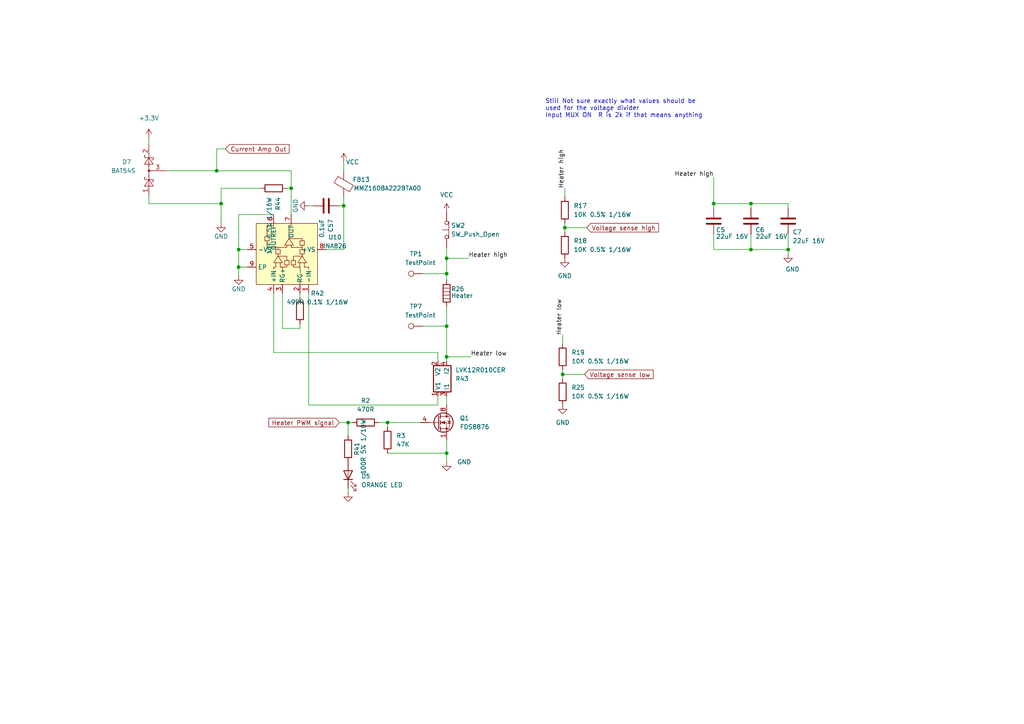
<source format=kicad_sch>
(kicad_sch (version 20230121) (generator eeschema)
  (paper "A4")
  (title_block (company "Mawson Rovers"))
  (lib_symbols
    (symbol "Connector:TestPoint" (pin_numbers hide) (pin_names (offset 0.762) hide)
      (property "Reference" "TP" (at 0 6.858 0))
      (property "Value" "TestPoint" (at 0 5.08 0))
      (symbol "TestPoint_0_1"
        (circle (center 0 3.302) (radius 0.762))
      )
      (symbol "TestPoint_1_1"
        (pin passive line (at 0 0 90) (length 2.54) (name "1") (number "1"))
      )
    )
    (symbol "Device:C" (pin_numbers hide) (pin_names (offset 0.254))
      (property "Reference" "C" (at 0.635 2.54 0))
      (property "Value" "C" (at 0.635 -2.54 0))
      (symbol "C_0_1"
        (polyline (pts (xy -2.032 -0.762) (xy 2.032 -0.762)) (stroke (width 0.508)))
        (polyline (pts (xy -2.032 0.762) (xy 2.032 0.762)) (stroke (width 0.508)))
      )
      (symbol "C_1_1"
        (pin passive line (at 0 3.81 270) (length 2.794) (name "~") (number "1"))
        (pin passive line (at 0 -3.81 90) (length 2.794) (name "~") (number "2"))
      )
    )
    (symbol "Device:FerriteBead" (pin_numbers hide) (pin_names (offset 0))
      (property "Reference" "FB" (at -3.81 0.635 90))
      (property "Value" "FerriteBead" (at 3.81 0 90))
      (symbol "FerriteBead_0_1"
        (polyline (pts (xy 0 -1.27) (xy 0 -1.2192)))
        (polyline (pts (xy 0 1.27) (xy 0 1.2954)))
        (polyline (pts (xy -2.7686 0.4064) (xy -1.7018 2.2606) (xy 2.7686 -0.3048) (xy 1.6764 -2.159) (xy -2.7686 0.4064)))
      )
      (symbol "FerriteBead_1_1"
        (pin passive line (at 0 3.81 270) (length 2.54) (name "~") (number "1"))
        (pin passive line (at 0 -3.81 90) (length 2.54) (name "~") (number "2"))
      )
    )
    (symbol "Device:Heater" (pin_numbers hide) (pin_names (offset 0))
      (property "Reference" "R" (at 2.032 0 90))
      (property "Value" "Heater" (at -2.032 0 90))
      (symbol "Heater_0_1"
        (rectangle (start -1.016 -2.54) (end 1.016 2.54) (stroke (width 0.254)))
        (polyline (pts (xy -1.016 1.524) (xy 1.016 1.524)))
        (polyline (pts (xy 1.016 -1.524) (xy -1.016 -1.524)))
        (polyline (pts (xy 1.016 -0.508) (xy -1.016 -0.508)))
        (polyline (pts (xy 1.016 0.508) (xy -1.016 0.508)))
      )
      (symbol "Heater_1_1"
        (pin passive line (at 0 3.81 270) (length 1.27) (name "~") (number "1"))
        (pin passive line (at 0 -3.81 90) (length 1.27) (name "~") (number "2"))
      )
    )
    (symbol "Device:LED" (pin_numbers hide) (pin_names (offset 1.016) hide)
      (property "Reference" "D" (at 0 2.54 0))
      (property "Value" "LED" (at 0 -2.54 0))
      (symbol "LED_0_1"
        (polyline (pts (xy -1.27 -1.27) (xy -1.27 1.27)) (stroke (width 0.254)))
        (polyline (pts (xy -1.27 0) (xy 1.27 0)))
        (polyline (pts (xy 1.27 -1.27) (xy 1.27 1.27) (xy -1.27 0) (xy 1.27 -1.27)) (stroke (width 0.254)))
        (polyline (pts (xy -3.048 -0.762) (xy -4.572 -2.286) (xy -3.81 -2.286) (xy -4.572 -2.286) (xy -4.572 -1.524)))
        (polyline (pts (xy -1.778 -0.762) (xy -3.302 -2.286) (xy -2.54 -2.286) (xy -3.302 -2.286) (xy -3.302 -1.524)))
      )
      (symbol "LED_1_1"
        (pin passive line (at -3.81 0 0) (length 2.54) (name "K") (number "1"))
        (pin passive line (at 3.81 0 180) (length 2.54) (name "A") (number "2"))
      )
    )
    (symbol "Device:R" (pin_numbers hide) (pin_names (offset 0))
      (property "Reference" "R" (at 2.032 0 90))
      (property "Value" "R" (at 0 0 90))
      (symbol "R_0_1"
        (rectangle (start -1.016 -2.54) (end 1.016 2.54) (stroke (width 0.254)))
      )
      (symbol "R_1_1"
        (pin passive line (at 0 3.81 270) (length 1.27) (name "~") (number "1"))
        (pin passive line (at 0 -3.81 90) (length 1.27) (name "~") (number "2"))
      )
    )
    (symbol "Diode:BAT54S" (pin_names (offset 1.016))
      (property "Reference" "D" (at 0.635 -3.81 0))
      (property "Value" "BAT54S" (at -6.35 3.175 0))
      (symbol "BAT54S_0_1"
        (polyline (pts (xy -3.81 0) (xy -1.27 0)))
        (polyline (pts (xy -3.175 -1.27) (xy -3.175 -1.016)))
        (polyline (pts (xy -2.54 -1.27) (xy -3.175 -1.27)))
        (polyline (pts (xy -2.54 -1.27) (xy -2.54 1.27)))
        (polyline (pts (xy -2.54 1.27) (xy -1.905 1.27)))
        (polyline (pts (xy -1.905 0) (xy 1.905 0)))
        (polyline (pts (xy -1.905 1.27) (xy -1.905 1.016)))
        (polyline (pts (xy 1.27 0) (xy 3.81 0)))
        (polyline (pts (xy 3.175 -1.27) (xy 3.175 -1.016)))
        (polyline (pts (xy 3.81 -1.27) (xy 3.175 -1.27)))
        (polyline (pts (xy 3.81 -1.27) (xy 3.81 1.27)))
        (polyline (pts (xy 3.81 1.27) (xy 4.445 1.27)))
        (polyline (pts (xy 4.445 1.27) (xy 4.445 1.016)))
        (polyline (pts (xy -4.445 1.27) (xy -4.445 -1.27) (xy -2.54 0) (xy -4.445 1.27)))
        (polyline (pts (xy 1.905 1.27) (xy 1.905 -1.27) (xy 3.81 0) (xy 1.905 1.27)))
        (circle (center 0 0) (radius 0.254) (fill (type outline)))
      )
      (symbol "BAT54S_1_1"
        (pin passive line (at -7.62 0 0) (length 3.81) (name "~") (number "1"))
        (pin passive line (at 7.62 0 180) (length 3.81) (name "~") (number "2"))
        (pin passive line (at 0 -5.08 90) (length 5.08) (name "~") (number "3"))
      )
    )
    (symbol "Hestia:INA826"
      (property "Reference" "U" (at -5.08 10.16 0))
      (property "Value" "INA826" (at 10.16 8.89 0))
      (symbol "INA826_0_1"
        (rectangle (start -7.62 7.62) (end 10.16 -10.16) (fill (type background)))
        (polyline (pts (xy -7.62 2.54) (xy -6.985 2.54)))
        (polyline (pts (xy -2.54 2.54) (xy -3.175 2.54)))
        (polyline (pts (xy -2.54 3.81) (xy -1.27 3.81)))
        (polyline (pts (xy -1.27 -3.175) (xy -2.54 -3.175)))
        (polyline (pts (xy -1.27 2.54) (xy -2.54 2.54)))
        (polyline (pts (xy 3.175 -3.81) (xy 2.54 -3.81)))
        (polyline (pts (xy 3.81 3.175) (xy 3.175 3.175)))
        (polyline (pts (xy 5.715 -0.635) (xy 6.35 -0.635)))
        (polyline (pts (xy 5.715 1.27) (xy 5.715 -0.635)))
        (polyline (pts (xy 6.35 -0.635) (xy 9.525 -0.635)))
        (polyline (pts (xy -2.54 -3.175) (xy -2.54 -2.54) (xy -3.175 -2.54)))
        (polyline (pts (xy -2.54 3.81) (xy -2.54 5.08) (xy -3.175 5.08)))
        (polyline (pts (xy -1.905 -1.27) (xy -2.54 -1.27) (xy -2.54 -2.54)))
        (polyline (pts (xy -1.905 0.635) (xy -2.54 0.635) (xy -2.54 2.54)))
        (polyline (pts (xy -0.635 -1.27) (xy 0.635 -1.27) (xy 0.635 -3.81)))
        (polyline (pts (xy -0.635 0.635) (xy 0.635 0.635) (xy 0.635 3.175)))
        (polyline (pts (xy 3.175 -3.81) (xy 3.175 -1.27) (xy 3.81 -1.27)))
        (polyline (pts (xy 5.08 -6.985) (xy 3.175 -6.985) (xy 3.175 -3.81)))
        (polyline (pts (xy 5.08 3.175) (xy 5.715 3.175) (xy 5.715 1.27)))
        (polyline (pts (xy 9.525 -0.635) (xy 9.525 0) (xy 10.16 0)))
        (polyline (pts (xy -1.27 -4.445) (xy -2.54 -4.445) (xy -2.54 -5.08) (xy -3.175 -5.08)))
        (polyline (pts (xy -1.27 -2.54) (xy -1.27 -5.08) (xy 0.635 -3.81) (xy -1.27 -2.54)))
        (polyline (pts (xy -1.27 4.445) (xy -1.27 1.905) (xy 0.635 3.175) (xy -1.27 4.445)))
        (polyline (pts (xy 2.54 3.175) (xy 3.175 3.175) (xy 3.175 0) (xy 3.81 0)))
        (polyline (pts (xy 3.81 0.635) (xy 3.81 -1.905) (xy 5.715 -0.635) (xy 3.81 0.635)))
        (polyline (pts (xy 10.16 -5.08) (xy 9.525 -5.08) (xy 9.525 -6.985) (xy 6.35 -6.985)))
        (polyline (pts (xy -1.905 -1.905) (xy -0.635 -1.905) (xy -0.635 -0.635) (xy -1.905 -0.635) (xy -1.905 -1.905)))
        (polyline (pts (xy -1.905 1.27) (xy -1.905 0) (xy -0.635 0) (xy -0.635 1.27) (xy -1.905 1.27)))
        (polyline (pts (xy 3.81 3.81) (xy 3.81 2.54) (xy 5.08 2.54) (xy 5.08 3.81) (xy 3.81 3.81)))
        (polyline (pts (xy 5.08 -6.35) (xy 5.08 -7.62) (xy 6.35 -7.62) (xy 6.35 -6.35) (xy 5.08 -6.35)))
        (polyline (pts (xy 0.635 -3.81) (xy 1.27 -3.81) (xy 1.27 -3.175) (xy 2.54 -3.175) (xy 2.54 -4.445) (xy 1.27 -4.445) (xy 1.27 -3.81)))
        (polyline (pts (xy 0.635 3.175) (xy 1.27 3.175) (xy 1.27 3.81) (xy 2.54 3.81) (xy 2.54 2.54) (xy 1.27 2.54) (xy 1.27 3.175)))
      )
      (symbol "INA826_1_1"
        (pin input line (at -10.16 5.08 0) (length 2.54) (name "-IN") (number "1"))
        (pin input line (at -10.16 2.54 0) (length 2.54) (name "RG-") (number "2"))
        (pin input line (at -10.16 -2.54 0) (length 2.54) (name "RG+") (number "3"))
        (pin input line (at -10.16 -5.08 0) (length 2.54) (name "+IN") (number "4"))
        (pin power_in line (at 2.54 -12.7 90) (length 2.54) (name "-VS") (number "5"))
        (pin input line (at 12.7 -5.08 180) (length 2.54) (name "OUTREF") (number "6"))
        (pin output line (at 12.7 0 180) (length 2.54) (name "OUT") (number "7"))
        (pin power_in line (at 2.54 10.16 270) (length 2.54) (name "+VS") (number "8"))
        (pin power_in line (at -2.54 -12.7 90) (length 2.54) (name "EP") (number "9"))
      )
    )
    (symbol "Hestia:LVK12R010CER"
      (property "Reference" "R" (at -3.81 6.35 0))
      (property "Value" "LVK12R010CER" (at 10.16 6.35 0))
      (symbol "LVK12R010CER_0_1"
        (rectangle (start -1.27 3.81) (end 3.81 -3.81) (stroke (width 0.3)))
      )
      (symbol "LVK12R010CER_1_1"
        (pin passive line (at 2.54 5.08 270) (length 1.27) (name "V1") (number "1"))
        (pin passive line (at 2.54 -5.08 90) (length 1.27) (name "V2") (number "2"))
        (pin passive line (at 0 5.08 270) (length 1.27) (name "I1") (number "3"))
        (pin passive line (at 0 -5.08 90) (length 1.27) (name "I2") (number "4"))
      )
    )
    (symbol "Switch:SW_Push_Open" (pin_numbers hide) (pin_names (offset 1.016) hide)
      (property "Reference" "SW" (at 0 2.54 0))
      (property "Value" "SW_Push_Open" (at 0 -1.905 0))
      (symbol "SW_Push_Open_0_1"
        (circle (center -2.032 0) (radius 0.508))
        (polyline (pts (xy -2.54 -0.635) (xy 2.54 -0.635)))
        (polyline (pts (xy 0 -0.635) (xy 0 1.27)))
        (circle (center 2.032 0) (radius 0.508))
        (pin passive line (at -5.08 0 0) (length 2.54) (name "A") (number "1"))
      )
      (symbol "SW_Push_Open_1_1"
        (pin passive line (at 5.08 0 180) (length 2.54) (name "B") (number "2"))
      )
    )
    (symbol "Transistor_FET:FDS6630A" (pin_names hide)
      (property "Reference" "Q" (at 5.08 2.54 0))
      (property "Value" "FDS6630A" (at 5.08 0 0))
      (symbol "FDS6630A_0_1"
        (polyline (pts (xy 0.254 0) (xy -2.54 0)))
        (polyline (pts (xy 0.254 1.905) (xy 0.254 -1.905)) (stroke (width 0.254)))
        (polyline (pts (xy 0.762 -1.27) (xy 0.762 -2.286)) (stroke (width 0.254)))
        (polyline (pts (xy 0.762 0.508) (xy 0.762 -0.508)) (stroke (width 0.254)))
        (polyline (pts (xy 0.762 2.286) (xy 0.762 1.27)) (stroke (width 0.254)))
        (polyline (pts (xy 2.54 2.54) (xy 2.54 1.778)))
        (polyline (pts (xy 2.54 -2.54) (xy 2.54 0) (xy 0.762 0)))
        (polyline (pts (xy 0.762 -1.778) (xy 3.302 -1.778) (xy 3.302 1.778) (xy 0.762 1.778)))
        (polyline (pts (xy 1.016 0) (xy 2.032 0.381) (xy 2.032 -0.381) (xy 1.016 0)) (fill (type outline)))
        (polyline (pts (xy 2.794 0.508) (xy 2.921 0.381) (xy 3.683 0.381) (xy 3.81 0.254)))
        (polyline (pts (xy 3.302 0.381) (xy 2.921 -0.254) (xy 3.683 -0.254) (xy 3.302 0.381)))
        (circle (center 1.651 0) (radius 2.794) (stroke (width 0.254)))
        (circle (center 2.54 -1.778) (radius 0.254) (fill (type outline)))
        (circle (center 2.54 1.778) (radius 0.254) (fill (type outline)))
      )
      (symbol "FDS6630A_1_1"
        (pin passive line (at 2.54 -5.08 90) (length 2.54) (name "S") (number "1"))
        (pin passive line (at 2.54 -5.08 90) (length 2.54) hide (name "S") (number "2"))
        (pin passive line (at 2.54 -5.08 90) (length 2.54) hide (name "S") (number "3"))
        (pin input line (at -5.08 0 0) (length 2.54) (name "G") (number "4"))
        (pin passive line (at 2.54 5.08 270) (length 2.54) hide (name "D") (number "5"))
        (pin passive line (at 2.54 5.08 270) (length 2.54) hide (name "D") (number "6"))
        (pin passive line (at 2.54 5.08 270) (length 2.54) hide (name "D") (number "7"))
        (pin passive line (at 2.54 5.08 270) (length 2.54) (name "D") (number "8"))
      )
    )
    (symbol "power:+3.3V" (power) (pin_names (offset 0))
      (property "Value" "+3.3V" (at 0 3.556 0))
      (symbol "+3.3V_0_1"
        (polyline (pts (xy -0.762 1.27) (xy 0 2.54)))
        (polyline (pts (xy 0 0) (xy 0 2.54)))
        (polyline (pts (xy 0 2.54) (xy 0.762 1.27)))
      )
      (symbol "+3.3V_1_1"
        (pin power_in line (at 0 0 90) (length 0) hide (name "+3.3V") (number "1"))
      )
    )
    (symbol "power:GND" (power) (pin_names (offset 0))
      (property "Value" "GND" (at 0 -3.81 0))
      (symbol "GND_0_1"
        (polyline (pts (xy 0 0) (xy 0 -1.27) (xy 1.27 -1.27) (xy 0 -2.54) (xy -1.27 -1.27) (xy 0 -1.27)))
      )
      (symbol "GND_1_1"
        (pin power_in line (at 0 0 270) (length 0) hide (name "GND") (number "1"))
      )
    )
    (symbol "power:VCC" (power) (pin_names (offset 0))
      (property "Value" "VCC" (at 0 3.81 0))
      (symbol "VCC_0_1"
        (polyline (pts (xy -0.762 1.27) (xy 0 2.54)))
        (polyline (pts (xy 0 0) (xy 0 2.54)))
        (polyline (pts (xy 0 2.54) (xy 0.762 1.27)))
      )
      (symbol "VCC_1_1"
        (pin power_in line (at 0 0 90) (length 0) hide (name "VCC") (number "1"))
      )
    )
  )
  (junction (at 84.455 54.61))
  (junction (at 129.54 79.375))
  (junction (at 228.6 72.39))
  (junction (at 69.215 72.39))
  (junction (at 112.395 122.555))
  (junction (at 217.805 59.055))
  (junction (at 129.54 94.615))
  (junction (at 64.135 59.055))
  (junction (at 217.805 72.39))
  (junction (at 129.54 131.445))
  (junction (at 129.54 103.505))
  (junction (at 99.695 59.69))
  (junction (at 100.965 122.555))
  (junction (at 163.83 66.04))
  (junction (at 163.195 108.585))
  (junction (at 69.215 77.47))
  (junction (at 62.865 49.53))
  (junction (at 207.01 59.055))
  (junction (at 129.54 74.93))
  (wire (pts (xy 207.01 72.39) (xy 217.805 72.39)))
  (wire (pts (xy 69.215 77.47) (xy 69.215 80.01)))
  (wire (pts (xy 129.54 71.755) (xy 129.54 74.93)))
  (wire (pts (xy 129.54 88.9) (xy 129.54 94.615)))
  (wire (pts (xy 43.18 59.055) (xy 43.18 57.15)))
  (wire (pts (xy 207.01 59.055) (xy 206.375 59.055)))
  (wire (pts (xy 62.865 49.53) (xy 84.455 49.53)))
  (wire (pts (xy 94.615 72.39) (xy 99.695 72.39)))
  (wire (pts (xy 129.54 103.505) (xy 136.525 103.505)))
  (wire (pts (xy 90.805 59.69) (xy 89.535 59.69)))
  (wire (pts (xy 129.54 114.935) (xy 129.54 117.475)))
  (wire (pts (xy 163.83 66.04) (xy 170.18 66.04)))
  (wire (pts (xy 89.535 85.09) (xy 89.535 117.475)))
  (wire (pts (xy 163.83 54.61) (xy 163.83 57.15)))
  (wire (pts (xy 84.455 54.61) (xy 83.185 54.61)))
  (wire (pts (xy 129.54 94.615) (xy 129.54 103.505)))
  (wire (pts (xy 99.695 59.69) (xy 98.425 59.69)))
  (wire (pts (xy 62.865 43.18) (xy 65.405 43.18)))
  (wire (pts (xy 86.995 93.98) (xy 86.995 95.25)))
  (wire (pts (xy 71.755 72.39) (xy 69.215 72.39)))
  (wire (pts (xy 100.965 122.555) (xy 102.235 122.555)))
  (wire (pts (xy 43.18 40.005) (xy 43.18 41.91)))
  (wire (pts (xy 122.555 79.375) (xy 129.54 79.375)))
  (wire (pts (xy 109.855 122.555) (xy 112.395 122.555)))
  (wire (pts (xy 163.195 108.585) (xy 163.195 109.855)))
  (wire (pts (xy 48.26 49.53) (xy 62.865 49.53)))
  (wire (pts (xy 207.01 67.945) (xy 207.01 72.39)))
  (wire (pts (xy 129.54 74.93) (xy 135.89 74.93)))
  (wire (pts (xy 99.695 46.99) (xy 99.695 49.53)))
  (wire (pts (xy 207.01 51.435) (xy 207.01 59.055)))
  (wire (pts (xy 207.01 59.055) (xy 207.01 60.325)))
  (wire (pts (xy 84.455 62.23) (xy 84.455 54.61)))
  (wire (pts (xy 129.54 127.635) (xy 129.54 131.445)))
  (wire (pts (xy 69.215 77.47) (xy 71.755 77.47)))
  (wire (pts (xy 86.995 95.25) (xy 81.915 95.25)))
  (wire (pts (xy 228.6 59.055) (xy 228.6 60.325)))
  (wire (pts (xy 100.965 141.605) (xy 100.965 142.875)))
  (wire (pts (xy 64.135 54.61) (xy 64.135 59.055)))
  (wire (pts (xy 217.805 59.055) (xy 228.6 59.055)))
  (wire (pts (xy 127 102.235) (xy 127 104.775)))
  (wire (pts (xy 62.865 43.18) (xy 62.865 49.53)))
  (wire (pts (xy 43.18 59.055) (xy 64.135 59.055)))
  (wire (pts (xy 99.695 59.69) (xy 99.695 72.39)))
  (wire (pts (xy 112.395 131.445) (xy 129.54 131.445)))
  (wire (pts (xy 69.215 72.39) (xy 69.215 77.47)))
  (wire (pts (xy 122.555 94.615) (xy 129.54 94.615)))
  (wire (pts (xy 163.195 107.315) (xy 163.195 108.585)))
  (wire (pts (xy 69.215 62.23) (xy 69.215 72.39)))
  (wire (pts (xy 79.375 85.09) (xy 79.375 102.235)))
  (wire (pts (xy 129.54 74.93) (xy 129.54 79.375)))
  (wire (pts (xy 86.995 85.09) (xy 86.995 86.36)))
  (wire (pts (xy 163.83 64.77) (xy 163.83 66.04)))
  (wire (pts (xy 64.135 59.055) (xy 64.135 64.77)))
  (wire (pts (xy 163.195 108.585) (xy 169.545 108.585)))
  (wire (pts (xy 79.375 62.23) (xy 69.215 62.23)))
  (wire (pts (xy 217.805 67.945) (xy 217.805 72.39)))
  (wire (pts (xy 129.54 131.445) (xy 129.54 133.985)))
  (wire (pts (xy 217.805 72.39) (xy 228.6 72.39)))
  (wire (pts (xy 228.6 72.39) (xy 228.6 73.66)))
  (wire (pts (xy 98.425 122.555) (xy 100.965 122.555)))
  (wire (pts (xy 163.195 97.155) (xy 163.195 99.695)))
  (wire (pts (xy 127 114.935) (xy 127 117.475)))
  (wire (pts (xy 75.565 54.61) (xy 64.135 54.61)))
  (wire (pts (xy 89.535 117.475) (xy 127 117.475)))
  (wire (pts (xy 217.805 60.325) (xy 217.805 59.055)))
  (wire (pts (xy 84.455 54.61) (xy 84.455 49.53)))
  (wire (pts (xy 112.395 122.555) (xy 112.395 123.825)))
  (wire (pts (xy 127 102.235) (xy 79.375 102.235)))
  (wire (pts (xy 129.54 79.375) (xy 129.54 81.28)))
  (wire (pts (xy 100.965 122.555) (xy 100.965 126.365)))
  (wire (pts (xy 81.915 85.09) (xy 81.915 95.25)))
  (wire (pts (xy 207.01 59.055) (xy 217.805 59.055)))
  (wire (pts (xy 99.695 57.15) (xy 99.695 59.69)))
  (wire (pts (xy 228.6 67.945) (xy 228.6 72.39)))
  (wire (pts (xy 163.83 66.04) (xy 163.83 67.31)))
  (wire (pts (xy 129.54 103.505) (xy 129.54 104.775)))
  (wire (pts (xy 112.395 122.555) (xy 121.92 122.555)))
  (text "Still Not sure exactly what values should be\nused for the voltage divider \nInput MUX ON  R is 2k if that means anything" (at 158.115 34.29 0) (effects (font (size 1.27 1.27)) (justify left bottom)))
  (label "Heater high" (at 207.01 51.435 180))
  (label "Heater high" (at 163.83 54.61 90))
  (label "Heater low" (at 136.525 103.505 0))
  (label "Heater high" (at 135.89 74.93 0))
  (label "Heater low" (at 163.195 97.155 90))
  (global_label "Voltage sense high" (shape input) (at 170.18 66.04 0) (property "Intersheetrefs" "${INTERSHEET_REFS}" (effects hide)))
  (global_label "Heater PWM signal" (shape input) (at 98.425 122.555 180) (property "Intersheetrefs" "${INTERSHEET_REFS}" (effects hide)))
  (global_label "Current Amp Out" (shape input) (at 65.405 43.18 0) (property "Intersheetrefs" "${INTERSHEET_REFS}" (effects hide)))
  (global_label "Voltage sense low" (shape input) (at 169.545 108.585 0) (property "Intersheetrefs" "${INTERSHEET_REFS}" (effects hide)))
  (symbol (lib_id "Device:Heater") (at 129.54 85.09 0) (unit 1) (in_bom no)
    (property "Reference" "R26" (at 130.81 83.82 0) (effects (justify left)))
    (property "Value" "Heater" (at 130.81 85.725 0) (effects (justify left)))
    (property "Footprint" "NetTie:NetTie-2_SMD_Pad0.5mm" (effects hide))
  )
  (symbol (lib_id "Hestia:INA826") (at 84.455 74.93 270) (mirror x) (unit 1)
    (property "Reference" "U10" (at 97.155 68.8086 90))
    (property "Value" "INA826" (at 97.155 71.3486 90))
    (property "Footprint" "Package_SON:WSON-8-1EP_3x3mm_P0.5mm_EP1.2x2mm" (effects hide))
    (property "Datasheet" "https://www.ti.com/lit/ds/symlink/ina826.pdf?ts=1675133173675" (effects hide))
    (property "Digikey Part" "296-36596-1-ND" (effects hide))
    (property "Manufacturer" "Texas Instruments" (effects hide))
    (property "Mfr PN" "INA826AIDRGR" (effects hide))
    (property "Type" "SMD" (effects hide))
  )
  (symbol (lib_id "power:GND") (at 100.965 142.875 0) (unit 1)
    (property "Reference" "#PWR0166" (effects hide))
    (property "Value" "GND" (at 359.41 -110.49 90) (effects (justify left)))
  )
  (symbol (lib_id "power:VCC") (at 129.54 61.595 0) (unit 1)
    (property "Reference" "#PWR0190" (effects hide))
    (property "Value" "VCC" (at 129.54 56.515 0))
  )
  (symbol (lib_id "Device:R") (at 106.045 122.555 90) (unit 1)
    (property "Reference" "R2" (at 106.045 116.205 90))
    (property "Value" "470R" (at 106.045 118.745 90))
    (property "Footprint" "Resistor_SMD:R_0603_1608Metric_Pad0.98x0.95mm_HandSolder" (effects hide))
    (property "Digikey Part" "RHM470ADCT-ND" (effects hide))
    (property "Manufacturer" "Rohm Semiconductor" (effects hide))
    (property "Mfr PN" "ESR03EZPF4700" (effects hide))
    (property "Type" "SMD" (effects hide))
  )
  (symbol (lib_id "Device:LED") (at 100.965 137.795 90) (unit 1)
    (property "Reference" "D5" (at 104.775 138.1124 90) (effects (justify right)))
    (property "Value" "ORANGE LED" (at 104.775 140.6524 90) (effects (justify right)))
    (property "Footprint" "LED_SMD:LED_0805_2012Metric_Pad1.15x1.40mm_HandSolder" (effects hide))
    (property "Digikey Part" "475-2488-1-ND" (effects hide))
    (property "Type" "SMD" (effects hide))
    (property "Manufacturer" "OSRAM Opto (ams OSRAM)" (effects hide))
    (property "Mfr PN" "LO R976-PS-1" (effects hide))
  )
  (symbol (lib_id "Device:C") (at 94.615 59.69 270) (unit 1)
    (property "Reference" "C57" (at 95.8851 63.5 0) (effects (justify left)))
    (property "Value" "0.1uF" (at 93.3451 63.5 0) (effects (justify left)))
    (property "Footprint" "Capacitor_SMD:C_0603_1608Metric_Pad1.08x0.95mm_HandSolder" (effects hide))
    (property "Digikey Part" "1276-CL10B104KB8WPNDCT-ND" (effects hide))
    (property "Type" "SMD" (effects hide))
    (property "Manufacturer" "Samsung Electro-Mechanics" (effects hide))
    (property "Mfr PN" "CL10B104KB8WPND" (effects hide))
  )
  (symbol (lib_id "power:+3.3V") (at 43.18 40.005 0) (unit 1)
    (property "Reference" "#PWR0176" (effects hide))
    (property "Value" "+3.3V" (at 43.18 34.29 0))
  )
  (symbol (lib_id "Switch:SW_Push_Open") (at 129.54 66.675 90) (unit 1) (in_bom no)
    (property "Reference" "SW2" (at 130.81 65.4049 90) (effects (justify right)))
    (property "Value" "SW_Push_Open" (at 130.81 67.9449 90) (effects (justify right)))
    (property "Footprint" "Hestia:Thermal Switch" (effects hide))
  )
  (symbol (lib_id "power:GND") (at 228.6 73.66 0) (unit 1)
    (property "Reference" "#PWR0173" (effects hide))
    (property "Value" "GND" (at 229.87 78.105 0))
  )
  (symbol (lib_id "Device:R") (at 163.195 103.505 180) (unit 1)
    (property "Reference" "R19" (at 165.735 102.2349 0) (effects (justify right)))
    (property "Value" "10K 0.5% 1/16W" (at 165.735 104.7749 0) (effects (justify right)))
    (property "Footprint" "Resistor_SMD:R_0603_1608Metric_Pad0.98x0.95mm_HandSolder" (effects hide))
    (property "Digikey Part" "RR08P10.0KDCT-ND" (effects hide))
    (property "Manufacturer" "Susumu" (effects hide))
    (property "Mfr PN" "RR0816P-103-D" (effects hide))
    (property "Type" "SMD" (effects hide))
  )
  (symbol (lib_id "power:GND") (at 89.535 59.69 270) (unit 1)
    (property "Reference" "#PWR0181" (effects hide))
    (property "Value" "GND" (at 85.725 59.69 0))
  )
  (symbol (lib_id "Device:R") (at 163.83 71.12 180) (unit 1)
    (property "Reference" "R18" (at 166.37 69.8499 0) (effects (justify right)))
    (property "Value" "10K 0.5% 1/16W" (at 166.37 72.3899 0) (effects (justify right)))
    (property "Footprint" "Resistor_SMD:R_0603_1608Metric_Pad0.98x0.95mm_HandSolder" (effects hide))
    (property "Digikey Part" "RR08P10.0KDCT-ND" (effects hide))
    (property "Manufacturer" "Susumu" (effects hide))
    (property "Mfr PN" "RR0816P-103-D" (effects hide))
    (property "Type" "SMD" (effects hide))
  )
  (symbol (lib_id "power:GND") (at 163.195 117.475 0) (unit 1)
    (property "Reference" "#PWR0174" (effects hide))
    (property "Value" "GND" (at 163.195 122.555 0))
  )
  (symbol (lib_id "power:GND") (at 64.135 64.77 0) (unit 1)
    (property "Reference" "#PWR0182" (effects hide))
    (property "Value" "GND" (at 64.135 68.58 0))
  )
  (symbol (lib_id "Device:R") (at 163.195 113.665 180) (unit 1)
    (property "Reference" "R25" (at 165.735 112.3949 0) (effects (justify right)))
    (property "Value" "10K 0.5% 1/16W" (at 165.735 114.9349 0) (effects (justify right)))
    (property "Footprint" "Resistor_SMD:R_0603_1608Metric_Pad0.98x0.95mm_HandSolder" (effects hide))
    (property "Digikey Part" "RR08P10.0KDCT-ND" (effects hide))
    (property "Manufacturer" "Susumu" (effects hide))
    (property "Mfr PN" "RR0816P-103-D" (effects hide))
    (property "Type" "SMD" (effects hide))
  )
  (symbol (lib_id "Diode:BAT54S") (at 43.18 49.53 90) (unit 1)
    (property "Reference" "D7" (at 38.1 46.99 90) (effects (justify left)))
    (property "Value" "BAT54S" (at 39.37 49.53 90) (effects (justify left)))
    (property "Footprint" "Package_TO_SOT_SMD:SOT-323_SC-70_Handsoldering" (effects hide))
    (property "Datasheet" "https://www.diodes.com/assets/Datasheets/ds11005.pdf" (effects hide))
    (property "Digikey Part" "BAT54SWT1GOSCT-ND" (effects hide))
    (property "Type" "SMD" (effects hide))
    (property "Manufacturer" "onsemi" (effects hide))
    (property "Mfr PN" "BAT54SWT1G" (effects hide))
  )
  (symbol (lib_id "Device:R") (at 86.995 90.17 0) (unit 1)
    (property "Reference" "R42" (at 92.075 85.09 0))
    (property "Value" "499R 0.1% 1/16W" (at 92.075 87.63 0))
    (property "Footprint" "Capacitor_SMD:C_0402_1005Metric" (effects hide))
    (property "Digikey Part" "P499DCCT-ND" (effects hide))
    (property "Manufacturer" "Panasonic Electronic Components" (effects hide))
    (property "Mfr PN" "ERA-2AEB4990X" (effects hide))
    (property "Type" "SMD" (effects hide))
  )
  (symbol (lib_id "Connector:TestPoint") (at 122.555 79.375 90) (unit 1)
    (property "Reference" "TP1" (at 120.65 73.66 90))
    (property "Value" "TestPoint" (at 121.92 76.2 90))
    (property "Footprint" "TestPoint:TestPoint_Pad_2.0x2.0mm" (effects hide))
  )
  (symbol (lib_id "power:GND") (at 163.83 74.93 0) (unit 1)
    (property "Reference" "#PWR0191" (effects hide))
    (property "Value" "GND" (at 163.83 80.01 0))
  )
  (symbol (lib_id "Device:R") (at 79.375 54.61 90) (unit 1)
    (property "Reference" "R44" (at 80.6451 57.15 0) (effects (justify right)))
    (property "Value" "10K 0.5% 1/16W" (at 78.1051 57.15 0) (effects (justify right)))
    (property "Footprint" "Resistor_SMD:R_0603_1608Metric_Pad0.98x0.95mm_HandSolder" (effects hide))
    (property "Digikey Part" "RR08P10.0KDCT-ND" (effects hide))
    (property "Manufacturer" "Susumu" (effects hide))
    (property "Mfr PN" "RR0816P-103-D" (effects hide))
    (property "Type" "SMD" (effects hide))
  )
  (symbol (lib_id "Connector:TestPoint") (at 122.555 94.615 90) (unit 1)
    (property "Reference" "TP7" (at 120.65 88.9 90))
    (property "Value" "TestPoint" (at 121.92 91.44 90))
    (property "Footprint" "TestPoint:TestPoint_Pad_1.0x1.0mm" (effects hide))
  )
  (symbol (lib_id "Hestia:LVK12R010CER") (at 129.54 109.855 180) (unit 1)
    (property "Reference" "R43" (at 132.08 109.855 0) (effects (justify right)))
    (property "Value" "LVK12R010CER" (at 132.08 107.315 0) (effects (justify right)))
    (property "Footprint" "Hestia:LVK12R010CER" (effects hide))
    (property "Digikey Part" "273-LVK12R010CERCT-ND" (effects hide))
    (property "Manufacturer" "Ohmite" (effects hide))
    (property "Mfr PN" "LVK12R010CER" (effects hide))
    (property "Type" "SMD" (effects hide))
  )
  (symbol (lib_id "Device:R") (at 163.83 60.96 180) (unit 1)
    (property "Reference" "R17" (at 166.37 59.6899 0) (effects (justify right)))
    (property "Value" "10K 0.5% 1/16W" (at 166.37 62.2299 0) (effects (justify right)))
    (property "Footprint" "Resistor_SMD:R_0603_1608Metric_Pad0.98x0.95mm_HandSolder" (effects hide))
    (property "Digikey Part" "RR08P10.0KDCT-ND" (effects hide))
    (property "Manufacturer" "Susumu" (effects hide))
    (property "Mfr PN" "RR0816P-103-D" (effects hide))
    (property "Type" "SMD" (effects hide))
  )
  (symbol (lib_id "Device:C") (at 217.805 64.135 0) (unit 1)
    (property "Reference" "C6" (at 219.075 66.675 0) (effects (justify left)))
    (property "Value" "22uF 16V" (at 219.075 68.58 0) (effects (justify left)))
    (property "Footprint" "Capacitor_SMD:C_1206_3216Metric" (effects hide))
    (property "LCSC Part" "C13585" (effects hide))
    (property "Digikey Part" "1276-2728-1-ND" (effects hide))
    (property "Type" "SMD" (effects hide))
    (property "Manufacturer" "Samsung Electro-Mechanics" (effects hide))
    (property "Mfr PN" "CL31A226MOCLNNC" (effects hide))
  )
  (symbol (lib_id "Device:R") (at 100.965 130.175 0) (unit 1)
    (property "Reference" "R41" (at 103.505 130.175 90))
    (property "Value" "100R 5% 1/10W" (at 105.41 129.54 90))
    (property "Footprint" "Resistor_SMD:R_0603_1608Metric_Pad0.98x0.95mm_HandSolder" (effects hide))
    (property "Digikey Part" "13-RC0603JR-13100RLCT-ND" (effects hide))
    (property "Manufacturer" "YAGEO" (effects hide))
    (property "Mfr PN" "RC0603JR-13100RL" (effects hide))
    (property "Type" "SMD" (effects hide))
  )
  (symbol (lib_id "Device:C") (at 207.01 64.135 0) (unit 1)
    (property "Reference" "C5" (at 207.645 66.675 0) (effects (justify left)))
    (property "Value" "22uF 16V" (at 207.645 68.58 0) (effects (justify left)))
    (property "Footprint" "Capacitor_SMD:C_1206_3216Metric" (effects hide))
    (property "LCSC Part" "C13585" (effects hide))
    (property "Digikey Part" "1276-2728-1-ND" (effects hide))
    (property "Type" "SMD" (effects hide))
    (property "Manufacturer" "Samsung Electro-Mechanics" (effects hide))
    (property "Mfr PN" "CL31A226MOCLNNC" (effects hide))
  )
  (symbol (lib_id "power:VCC") (at 99.695 46.99 0) (unit 1)
    (property "Reference" "#PWR0178" (effects hide))
    (property "Value" "VCC" (at 102.235 46.99 0))
  )
  (symbol (lib_id "Device:C") (at 228.6 64.135 0) (unit 1)
    (property "Reference" "C7" (at 229.87 67.31 0) (effects (justify left)))
    (property "Value" "22uF 16V" (at 229.87 69.85 0) (effects (justify left)))
    (property "Footprint" "Capacitor_SMD:C_1206_3216Metric" (effects hide))
    (property "LCSC Part" "C13585" (effects hide))
    (property "Digikey Part" "1276-2728-1-ND" (effects hide))
    (property "Type" "SMD" (effects hide))
    (property "Manufacturer" "Samsung Electro-Mechanics" (effects hide))
    (property "Mfr PN" "CL31A226MOCLNNC" (effects hide))
  )
  (symbol (lib_id "Transistor_FET:FDS6630A") (at 127 122.555 0) (unit 1)
    (property "Reference" "Q1" (at 133.35 121.2849 0) (effects (justify left)))
    (property "Value" "FDS8876" (at 133.35 123.8249 0) (effects (justify left)))
    (property "Footprint" "Package_SO:SOIC-8_3.9x4.9mm_P1.27mm" (effects hide))
    (property "Datasheet" "http://www.onsemi.com/pub/Collateral/FDS6630A-D.pdf" (effects hide))
    (property "Mouser Part" "512-FDS8876" (effects hide))
    (property "Manufacturer" "onsemi" (effects hide))
    (property "Mfr PN" "FDS8876" (effects hide))
    (property "Type" "SMD" (effects hide))
  )
  (symbol (lib_id "power:GND") (at 129.54 133.985 0) (unit 1)
    (property "Reference" "#PWR010" (effects hide))
    (property "Value" "GND" (at 134.62 133.985 0))
  )
  (symbol (lib_id "Device:FerriteBead") (at 99.695 53.34 180) (unit 1)
    (property "Reference" "FB13" (at 104.775 52.07 0))
    (property "Value" "MMZ1608A222BTA00" (at 112.395 54.61 0))
    (property "Footprint" "Resistor_SMD:R_0603_1608Metric_Pad0.98x0.95mm_HandSolder" (effects hide))
    (property "Mouser Part" "810-MMZ1608A222BTA00" (effects hide))
    (property "Type" "SMD" (effects hide))
    (property "Manufacturer" "TDK" (effects hide))
    (property "Mfr PN" "MMZ1608A222BTA00" (effects hide))
  )
  (symbol (lib_id "power:GND") (at 69.215 80.01 0) (unit 1)
    (property "Reference" "#PWR0179" (effects hide))
    (property "Value" "GND" (at 69.215 83.82 0))
  )
  (symbol (lib_id "Device:R") (at 112.395 127.635 180) (unit 1)
    (property "Reference" "R3" (at 114.935 126.3649 0) (effects (justify right)))
    (property "Value" "47K" (at 114.935 128.9049 0) (effects (justify right)))
    (property "Footprint" "Resistor_SMD:R_0603_1608Metric_Pad0.98x0.95mm_HandSolder" (effects hide))
    (property "Digikey Part" "P47KBZCT-ND" (effects hide))
    (property "Manufacturer" "Panasonic Electronic Components" (effects hide))
    (property "Mfr PN" "ERJ-PA3J473V" (effects hide))
    (property "Type" "SMD" (effects hide))
  )
)
</source>
